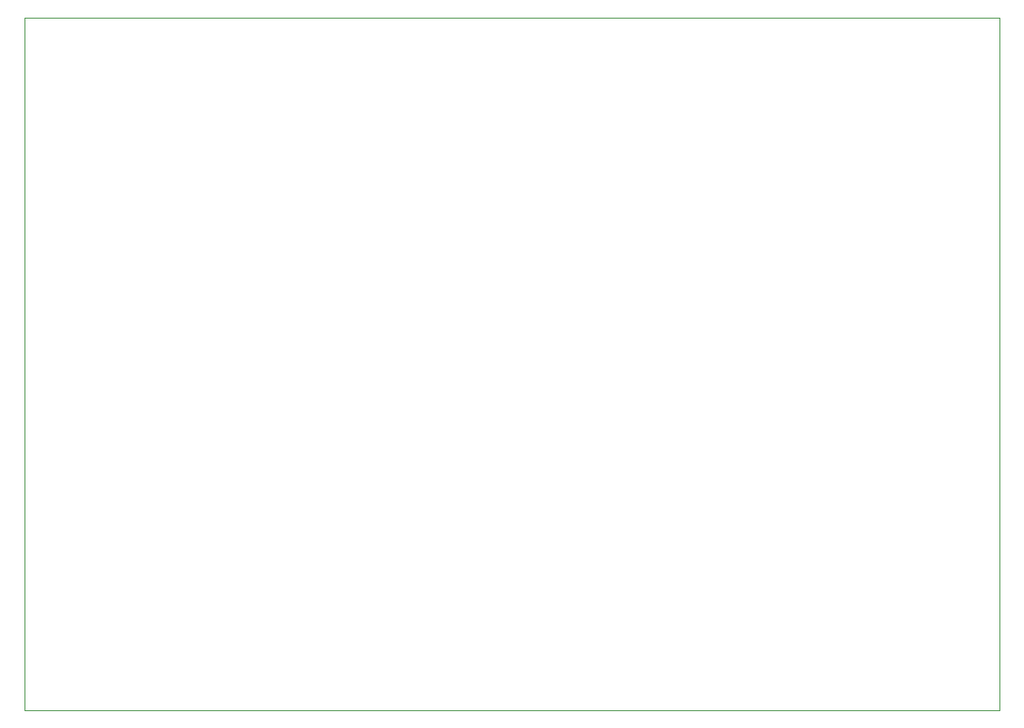
<source format=gbr>
%TF.GenerationSoftware,KiCad,Pcbnew,(5.1.10-1-10_14)*%
%TF.CreationDate,2021-12-15T11:30:22-05:00*%
%TF.ProjectId,PCB_Design,5043425f-4465-4736-9967-6e2e6b696361,rev?*%
%TF.SameCoordinates,Original*%
%TF.FileFunction,Profile,NP*%
%FSLAX46Y46*%
G04 Gerber Fmt 4.6, Leading zero omitted, Abs format (unit mm)*
G04 Created by KiCad (PCBNEW (5.1.10-1-10_14)) date 2021-12-15 11:30:22*
%MOMM*%
%LPD*%
G01*
G04 APERTURE LIST*
%TA.AperFunction,Profile*%
%ADD10C,0.100000*%
%TD*%
G04 APERTURE END LIST*
D10*
X158813500Y-90741500D02*
X158813500Y-160162500D01*
X61214000Y-90741500D02*
X158813500Y-90741500D01*
X61214000Y-160162500D02*
X61214000Y-90741500D01*
X158813500Y-160162500D02*
X61214000Y-160162500D01*
M02*

</source>
